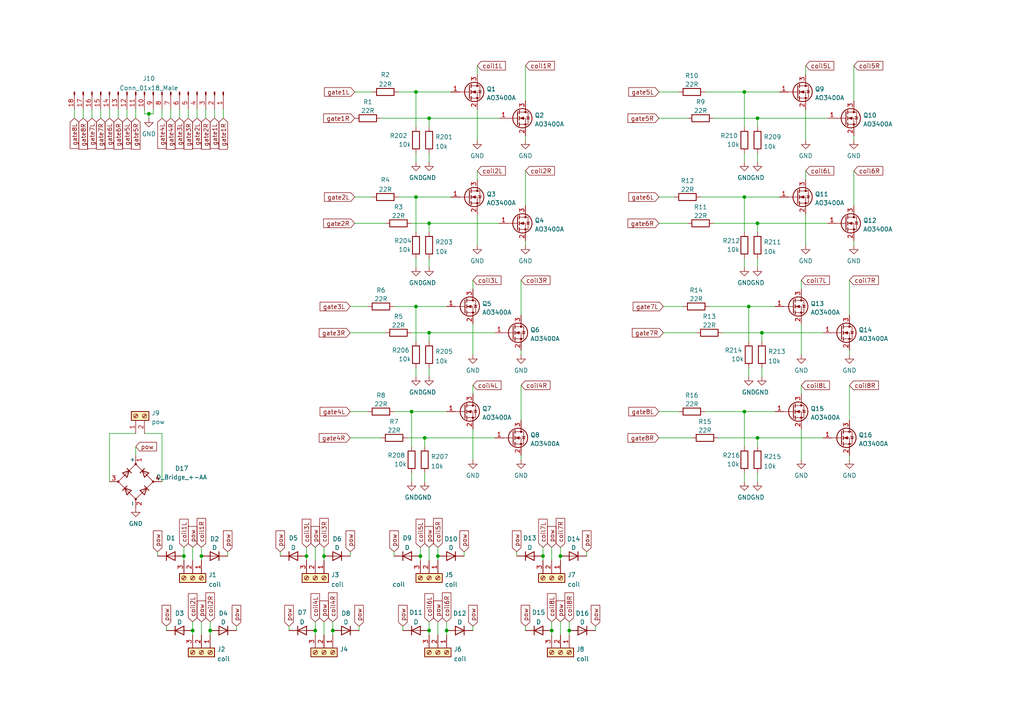
<source format=kicad_sch>
(kicad_sch (version 20211123) (generator eeschema)
  (paper "A4")
  (junction (at 219.71 34.29))
  (junction (at 129.54 182.88))
  (junction (at 215.9 57.15))
  (junction (at 127 161.29))
  (junction (at 123.19 127))
  (junction (at 220.98 96.52))
  (junction (at 120.65 88.9))
  (junction (at 157.48 161.29))
  (junction (at 93.98 161.29))
  (junction (at 219.71 127))
  (junction (at 43.18 33.02))
  (junction (at 55.88 182.88))
  (junction (at 124.46 96.52))
  (junction (at 58.42 161.29))
  (junction (at 124.46 34.29))
  (junction (at 215.9 119.38))
  (junction (at 60.96 182.88))
  (junction (at 162.56 161.29))
  (junction (at 120.65 57.15))
  (junction (at 121.92 161.29))
  (junction (at 96.52 182.88))
  (junction (at 53.34 161.29))
  (junction (at 217.17 88.9))
  (junction (at 124.46 64.77))
  (junction (at 160.02 182.88))
  (junction (at 215.9 26.67))
  (junction (at 119.38 119.38))
  (junction (at 120.65 26.67))
  (junction (at 165.1 182.88))
  (junction (at 219.71 64.77))
  (junction (at 91.44 182.88))
  (junction (at 124.46 182.88))
  (junction (at 88.9 161.29))
  (wire (pts (xy 151.13 132.08) (xy 151.13 133.35)))
  (wire (pts (xy 162.56 180.34) (xy 162.56 184.15)))
  (wire (pts (xy 68.58 181.61) (xy 68.58 182.88)))
  (wire (pts (xy 121.92 158.75) (xy 121.92 161.29)))
  (wire (pts (xy 43.18 33.02) (xy 44.45 33.02)))
  (wire (pts (xy 191.135 119.38) (xy 196.85 119.38)))
  (wire (pts (xy 219.71 127) (xy 238.76 127)))
  (wire (pts (xy 26.67 31.75) (xy 26.67 34.29)))
  (wire (pts (xy 96.52 180.34) (xy 96.52 182.88)))
  (wire (pts (xy 246.38 111.76) (xy 246.38 121.92)))
  (wire (pts (xy 209.55 96.52) (xy 220.98 96.52)))
  (wire (pts (xy 39.37 129.54) (xy 39.37 132.08)))
  (wire (pts (xy 215.9 74.93) (xy 215.9 77.47)))
  (wire (pts (xy 88.9 158.75) (xy 88.9 161.29)))
  (wire (pts (xy 246.38 81.28) (xy 246.38 91.44)))
  (wire (pts (xy 233.68 19.05) (xy 233.68 21.59)))
  (wire (pts (xy 29.21 31.75) (xy 29.21 34.29)))
  (wire (pts (xy 102.87 26.67) (xy 107.95 26.67)))
  (wire (pts (xy 129.54 182.88) (xy 129.54 184.15)))
  (wire (pts (xy 91.44 158.75) (xy 91.44 162.56)))
  (wire (pts (xy 215.9 137.16) (xy 215.9 139.7)))
  (wire (pts (xy 91.44 182.88) (xy 91.44 184.15)))
  (wire (pts (xy 137.16 181.61) (xy 137.16 182.88)))
  (wire (pts (xy 118.11 127) (xy 123.19 127)))
  (wire (pts (xy 217.17 106.68) (xy 217.17 109.22)))
  (wire (pts (xy 57.15 31.75) (xy 57.15 34.29)))
  (wire (pts (xy 191.135 34.29) (xy 199.39 34.29)))
  (wire (pts (xy 120.65 57.15) (xy 120.65 67.31)))
  (wire (pts (xy 59.69 31.75) (xy 59.69 34.29)))
  (wire (pts (xy 120.65 26.67) (xy 130.81 26.67)))
  (wire (pts (xy 127 161.29) (xy 127 162.56)))
  (wire (pts (xy 62.23 31.75) (xy 62.23 34.29)))
  (wire (pts (xy 219.71 64.77) (xy 219.71 67.31)))
  (wire (pts (xy 191.135 127) (xy 200.66 127)))
  (wire (pts (xy 160.02 158.75) (xy 160.02 162.56)))
  (wire (pts (xy 204.47 26.67) (xy 215.9 26.67)))
  (wire (pts (xy 120.65 88.9) (xy 120.65 99.06)))
  (wire (pts (xy 54.61 31.75) (xy 54.61 34.29)))
  (wire (pts (xy 116.84 181.61) (xy 116.84 182.88)))
  (wire (pts (xy 104.14 181.61) (xy 104.14 182.88)))
  (wire (pts (xy 55.88 182.88) (xy 55.88 184.15)))
  (wire (pts (xy 247.65 39.37) (xy 247.65 40.64)))
  (wire (pts (xy 114.3 119.38) (xy 119.38 119.38)))
  (wire (pts (xy 120.65 26.67) (xy 120.65 36.83)))
  (wire (pts (xy 217.17 88.9) (xy 217.17 99.06)))
  (wire (pts (xy 119.38 119.38) (xy 129.54 119.38)))
  (wire (pts (xy 120.65 44.45) (xy 120.65 46.99)))
  (wire (pts (xy 207.01 34.29) (xy 219.71 34.29)))
  (wire (pts (xy 151.13 111.76) (xy 151.13 121.92)))
  (wire (pts (xy 138.43 62.23) (xy 138.43 71.12)))
  (wire (pts (xy 160.02 182.88) (xy 160.02 184.15)))
  (wire (pts (xy 66.04 160.02) (xy 66.04 161.29)))
  (wire (pts (xy 52.07 31.75) (xy 52.07 34.29)))
  (wire (pts (xy 55.88 180.34) (xy 55.88 182.88)))
  (wire (pts (xy 127 180.34) (xy 127 184.15)))
  (wire (pts (xy 46.99 139.7) (xy 46.99 125.73)))
  (wire (pts (xy 60.96 182.88) (xy 60.96 184.15)))
  (wire (pts (xy 219.71 127) (xy 219.71 129.54)))
  (wire (pts (xy 157.48 161.29) (xy 157.48 162.56)))
  (wire (pts (xy 191.135 64.77) (xy 199.39 64.77)))
  (wire (pts (xy 115.57 26.67) (xy 120.65 26.67)))
  (wire (pts (xy 31.75 31.75) (xy 31.75 34.29)))
  (wire (pts (xy 45.72 160.02) (xy 45.72 161.29)))
  (wire (pts (xy 110.49 34.29) (xy 124.46 34.29)))
  (wire (pts (xy 124.46 96.52) (xy 124.46 99.06)))
  (wire (pts (xy 152.4 19.05) (xy 152.4 29.21)))
  (wire (pts (xy 215.9 44.45) (xy 215.9 46.99)))
  (wire (pts (xy 123.19 127) (xy 123.19 129.54)))
  (wire (pts (xy 101.6 160.02) (xy 101.6 161.29)))
  (wire (pts (xy 124.46 180.34) (xy 124.46 182.88)))
  (wire (pts (xy 124.46 64.77) (xy 124.46 67.31)))
  (wire (pts (xy 246.38 132.08) (xy 246.38 133.35)))
  (wire (pts (xy 215.9 26.67) (xy 226.06 26.67)))
  (wire (pts (xy 208.28 127) (xy 219.71 127)))
  (wire (pts (xy 34.29 31.75) (xy 34.29 34.29)))
  (wire (pts (xy 219.71 137.16) (xy 219.71 139.7)))
  (wire (pts (xy 204.47 119.38) (xy 215.9 119.38)))
  (wire (pts (xy 36.83 31.75) (xy 36.83 34.29)))
  (wire (pts (xy 124.46 64.77) (xy 144.78 64.77)))
  (wire (pts (xy 191.135 57.15) (xy 195.58 57.15)))
  (wire (pts (xy 129.54 180.34) (xy 129.54 182.88)))
  (wire (pts (xy 120.65 88.9) (xy 129.54 88.9)))
  (wire (pts (xy 21.59 31.75) (xy 21.59 34.29)))
  (wire (pts (xy 192.405 88.9) (xy 198.12 88.9)))
  (wire (pts (xy 123.19 137.16) (xy 123.19 139.7)))
  (wire (pts (xy 39.37 31.75) (xy 39.37 34.29)))
  (wire (pts (xy 120.65 74.93) (xy 120.65 77.47)))
  (wire (pts (xy 124.46 106.68) (xy 124.46 109.22)))
  (wire (pts (xy 60.96 180.34) (xy 60.96 182.88)))
  (wire (pts (xy 41.91 31.75) (xy 41.91 33.02)))
  (wire (pts (xy 124.46 34.29) (xy 144.78 34.29)))
  (wire (pts (xy 233.68 49.53) (xy 233.68 52.07)))
  (wire (pts (xy 149.86 160.02) (xy 149.86 161.29)))
  (wire (pts (xy 137.16 124.46) (xy 137.16 133.35)))
  (wire (pts (xy 119.38 119.38) (xy 119.38 129.54)))
  (wire (pts (xy 220.98 96.52) (xy 220.98 99.06)))
  (wire (pts (xy 102.87 57.15) (xy 107.95 57.15)))
  (wire (pts (xy 114.3 88.9) (xy 120.65 88.9)))
  (wire (pts (xy 165.1 180.34) (xy 165.1 182.88)))
  (wire (pts (xy 152.4 69.85) (xy 152.4 71.12)))
  (wire (pts (xy 101.6 119.38) (xy 106.68 119.38)))
  (wire (pts (xy 93.98 158.75) (xy 93.98 161.29)))
  (wire (pts (xy 203.2 57.15) (xy 215.9 57.15)))
  (wire (pts (xy 115.57 57.15) (xy 120.65 57.15)))
  (wire (pts (xy 162.56 161.29) (xy 162.56 162.56)))
  (wire (pts (xy 91.44 180.34) (xy 91.44 182.88)))
  (wire (pts (xy 123.19 127) (xy 143.51 127)))
  (wire (pts (xy 138.43 19.05) (xy 138.43 21.59)))
  (wire (pts (xy 215.9 119.38) (xy 224.79 119.38)))
  (wire (pts (xy 219.71 64.77) (xy 240.03 64.77)))
  (wire (pts (xy 215.9 26.67) (xy 215.9 36.83)))
  (wire (pts (xy 58.42 161.29) (xy 58.42 162.56)))
  (wire (pts (xy 124.46 158.75) (xy 124.46 162.56)))
  (wire (pts (xy 124.46 96.52) (xy 143.51 96.52)))
  (wire (pts (xy 151.13 101.6) (xy 151.13 102.87)))
  (wire (pts (xy 217.17 88.9) (xy 224.79 88.9)))
  (wire (pts (xy 24.13 31.75) (xy 24.13 34.29)))
  (wire (pts (xy 207.01 64.77) (xy 219.71 64.77)))
  (wire (pts (xy 220.98 96.52) (xy 238.76 96.52)))
  (wire (pts (xy 162.56 158.75) (xy 162.56 161.29)))
  (wire (pts (xy 114.3 160.02) (xy 114.3 161.29)))
  (wire (pts (xy 232.41 81.28) (xy 232.41 83.82)))
  (wire (pts (xy 44.45 31.75) (xy 44.45 33.02)))
  (wire (pts (xy 101.6 88.9) (xy 106.68 88.9)))
  (wire (pts (xy 170.18 160.02) (xy 170.18 161.29)))
  (wire (pts (xy 232.41 93.98) (xy 232.41 102.87)))
  (wire (pts (xy 102.87 64.77) (xy 111.76 64.77)))
  (wire (pts (xy 58.42 180.34) (xy 58.42 184.15)))
  (wire (pts (xy 247.65 19.05) (xy 247.65 29.21)))
  (wire (pts (xy 53.34 161.29) (xy 53.34 162.56)))
  (wire (pts (xy 232.41 111.76) (xy 232.41 114.3)))
  (wire (pts (xy 53.34 158.75) (xy 53.34 161.29)))
  (wire (pts (xy 119.38 64.77) (xy 124.46 64.77)))
  (wire (pts (xy 165.1 182.88) (xy 165.1 184.15)))
  (wire (pts (xy 93.98 180.34) (xy 93.98 184.15)))
  (wire (pts (xy 119.38 96.52) (xy 124.46 96.52)))
  (wire (pts (xy 160.02 180.34) (xy 160.02 182.88)))
  (wire (pts (xy 215.9 119.38) (xy 215.9 129.54)))
  (wire (pts (xy 215.9 57.15) (xy 226.06 57.15)))
  (wire (pts (xy 205.74 88.9) (xy 217.17 88.9)))
  (wire (pts (xy 219.71 74.93) (xy 219.71 77.47)))
  (wire (pts (xy 232.41 124.46) (xy 232.41 133.35)))
  (wire (pts (xy 215.9 57.15) (xy 215.9 67.31)))
  (wire (pts (xy 48.26 181.61) (xy 48.26 182.88)))
  (wire (pts (xy 88.9 161.29) (xy 88.9 162.56)))
  (wire (pts (xy 101.6 96.52) (xy 111.76 96.52)))
  (wire (pts (xy 58.42 158.75) (xy 58.42 161.29)))
  (wire (pts (xy 191.135 26.67) (xy 196.85 26.67)))
  (wire (pts (xy 138.43 31.75) (xy 138.43 40.64)))
  (wire (pts (xy 121.92 161.29) (xy 121.92 162.56)))
  (wire (pts (xy 124.46 44.45) (xy 124.46 46.99)))
  (wire (pts (xy 172.72 181.61) (xy 172.72 182.88)))
  (wire (pts (xy 233.68 62.23) (xy 233.68 71.12)))
  (wire (pts (xy 127 158.75) (xy 127 161.29)))
  (wire (pts (xy 124.46 34.29) (xy 124.46 36.83)))
  (wire (pts (xy 152.4 39.37) (xy 152.4 40.64)))
  (wire (pts (xy 246.38 101.6) (xy 246.38 102.87)))
  (wire (pts (xy 151.13 81.28) (xy 151.13 91.44)))
  (wire (pts (xy 55.88 158.75) (xy 55.88 162.56)))
  (wire (pts (xy 152.4 181.61) (xy 152.4 182.88)))
  (wire (pts (xy 83.82 181.61) (xy 83.82 182.88)))
  (wire (pts (xy 96.52 182.88) (xy 96.52 184.15)))
  (wire (pts (xy 247.65 49.53) (xy 247.65 59.69)))
  (wire (pts (xy 49.53 31.75) (xy 49.53 34.29)))
  (wire (pts (xy 64.77 31.75) (xy 64.77 34.29)))
  (wire (pts (xy 219.71 44.45) (xy 219.71 46.99)))
  (wire (pts (xy 101.6 127) (xy 110.49 127)))
  (wire (pts (xy 138.43 49.53) (xy 138.43 52.07)))
  (wire (pts (xy 124.46 74.93) (xy 124.46 77.47)))
  (wire (pts (xy 124.46 182.88) (xy 124.46 184.15)))
  (wire (pts (xy 137.16 81.28) (xy 137.16 83.82)))
  (wire (pts (xy 119.38 137.16) (xy 119.38 139.7)))
  (wire (pts (xy 247.65 69.85) (xy 247.65 71.12)))
  (wire (pts (xy 152.4 49.53) (xy 152.4 59.69)))
  (wire (pts (xy 219.71 34.29) (xy 240.03 34.29)))
  (wire (pts (xy 137.16 93.98) (xy 137.16 102.87)))
  (wire (pts (xy 134.62 160.02) (xy 134.62 161.29)))
  (wire (pts (xy 233.68 31.75) (xy 233.68 40.64)))
  (wire (pts (xy 46.99 31.75) (xy 46.99 34.29)))
  (wire (pts (xy 43.18 33.02) (xy 43.18 34.29)))
  (wire (pts (xy 120.65 106.68) (xy 120.65 109.22)))
  (wire (pts (xy 192.405 96.52) (xy 201.93 96.52)))
  (wire (pts (xy 46.99 125.73) (xy 41.91 125.73)))
  (wire (pts (xy 220.98 106.68) (xy 220.98 109.22)))
  (wire (pts (xy 137.16 111.76) (xy 137.16 114.3)))
  (wire (pts (xy 81.28 160.02) (xy 81.28 161.29)))
  (wire (pts (xy 120.65 57.15) (xy 130.81 57.15)))
  (wire (pts (xy 31.75 125.73) (xy 39.37 125.73)))
  (wire (pts (xy 31.75 139.7) (xy 31.75 125.73)))
  (wire (pts (xy 41.91 33.02) (xy 43.18 33.02)))
  (wire (pts (xy 93.98 161.29) (xy 93.98 162.56)))
  (wire (pts (xy 219.71 34.29) (xy 219.71 36.83)))
  (wire (pts (xy 157.48 158.75) (xy 157.48 161.29)))
  (global_label "pow" (shape input) (at 58.42 180.34 90) (property "Intersheet References" "${INTERSHEET_REFS}" (effects hide)))
  (global_label "coil8L" (shape input) (at 232.41 111.76 0) (property "Intersheet References" "${INTERSHEET_REFS}" (effects hide)))
  (global_label "pow" (shape input) (at 39.37 129.54 0) (property "Intersheet References" "${INTERSHEET_REFS}" (effects hide)))
  (global_label "gate2R" (shape input) (at 59.69 34.29 270) (property "Intersheet References" "${INTERSHEET_REFS}" (effects hide)))
  (global_label "pow" (shape input) (at 101.6 160.02 90) (property "Intersheet References" "${INTERSHEET_REFS}" (effects hide)))
  (global_label "gate6R" (shape input) (at 191.135 64.77 180) (property "Intersheet References" "${INTERSHEET_REFS}" (effects hide)))
  (global_label "gate7L" (shape input) (at 192.405 88.9 180) (property "Intersheet References" "${INTERSHEET_REFS}" (effects hide)))
  (global_label "coil2R" (shape input) (at 152.4 49.53 0) (property "Intersheet References" "${INTERSHEET_REFS}" (effects hide)))
  (global_label "pow" (shape input) (at 149.86 160.02 90) (property "Intersheet References" "${INTERSHEET_REFS}" (effects hide)))
  (global_label "pow" (shape input) (at 45.72 160.02 90) (property "Intersheet References" "${INTERSHEET_REFS}" (effects hide)))
  (global_label "pow" (shape input) (at 116.84 181.61 90) (property "Intersheet References" "${INTERSHEET_REFS}" (effects hide)))
  (global_label "coil1L" (shape input) (at 138.43 19.05 0) (property "Intersheet References" "${INTERSHEET_REFS}" (effects hide)))
  (global_label "coil3R" (shape input) (at 151.13 81.28 0) (property "Intersheet References" "${INTERSHEET_REFS}" (effects hide)))
  (global_label "coil6R" (shape input) (at 129.54 180.34 90) (property "Intersheet References" "${INTERSHEET_REFS}" (effects hide)))
  (global_label "gate2L" (shape input) (at 102.87 57.15 180) (property "Intersheet References" "${INTERSHEET_REFS}" (effects hide)))
  (global_label "coil5L" (shape input) (at 121.92 158.75 90) (property "Intersheet References" "${INTERSHEET_REFS}" (effects hide)))
  (global_label "coil8L" (shape input) (at 160.02 180.34 90) (property "Intersheet References" "${INTERSHEET_REFS}" (effects hide)))
  (global_label "coil4L" (shape input) (at 91.44 180.34 90) (property "Intersheet References" "${INTERSHEET_REFS}" (effects hide)))
  (global_label "gate1L" (shape input) (at 102.87 26.67 180) (property "Intersheet References" "${INTERSHEET_REFS}" (effects hide)))
  (global_label "gate5R" (shape input) (at 39.37 34.29 270) (property "Intersheet References" "${INTERSHEET_REFS}" (effects hide)))
  (global_label "gate6L" (shape input) (at 31.75 34.29 270) (property "Intersheet References" "${INTERSHEET_REFS}" (effects hide)))
  (global_label "pow" (shape input) (at 162.56 180.34 90) (property "Intersheet References" "${INTERSHEET_REFS}" (effects hide)))
  (global_label "gate2L" (shape input) (at 57.15 34.29 270) (property "Intersheet References" "${INTERSHEET_REFS}" (effects hide)))
  (global_label "coil5R" (shape input) (at 247.65 19.05 0) (property "Intersheet References" "${INTERSHEET_REFS}" (effects hide)))
  (global_label "pow" (shape input) (at 134.62 160.02 90) (property "Intersheet References" "${INTERSHEET_REFS}" (effects hide)))
  (global_label "coil4R" (shape input) (at 151.13 111.76 0) (property "Intersheet References" "${INTERSHEET_REFS}" (effects hide)))
  (global_label "gate4R" (shape input) (at 101.6 127 180) (property "Intersheet References" "${INTERSHEET_REFS}" (effects hide)))
  (global_label "gate5L" (shape input) (at 191.135 26.67 180) (property "Intersheet References" "${INTERSHEET_REFS}" (effects hide)))
  (global_label "pow" (shape input) (at 152.4 181.61 90) (property "Intersheet References" "${INTERSHEET_REFS}" (effects hide)))
  (global_label "gate6L" (shape input) (at 191.135 57.15 180) (property "Intersheet References" "${INTERSHEET_REFS}" (effects hide)))
  (global_label "coil2L" (shape input) (at 138.43 49.53 0) (property "Intersheet References" "${INTERSHEET_REFS}" (effects hide)))
  (global_label "coil6L" (shape input) (at 233.68 49.53 0) (property "Intersheet References" "${INTERSHEET_REFS}" (effects hide)))
  (global_label "pow" (shape input) (at 83.82 181.61 90) (property "Intersheet References" "${INTERSHEET_REFS}" (effects hide)))
  (global_label "gate4L" (shape input) (at 46.99 34.29 270) (property "Intersheet References" "${INTERSHEET_REFS}" (effects hide)))
  (global_label "coil4R" (shape input) (at 96.52 180.34 90) (property "Intersheet References" "${INTERSHEET_REFS}" (effects hide)))
  (global_label "gate6R" (shape input) (at 34.29 34.29 270) (property "Intersheet References" "${INTERSHEET_REFS}" (effects hide)))
  (global_label "gate1R" (shape input) (at 102.87 34.29 180) (property "Intersheet References" "${INTERSHEET_REFS}" (effects hide)))
  (global_label "gate1R" (shape input) (at 64.77 34.29 270) (property "Intersheet References" "${INTERSHEET_REFS}" (effects hide)))
  (global_label "pow" (shape input) (at 124.46 158.75 90) (property "Intersheet References" "${INTERSHEET_REFS}" (effects hide)))
  (global_label "pow" (shape input) (at 81.28 160.02 90) (property "Intersheet References" "${INTERSHEET_REFS}" (effects hide)))
  (global_label "gate2R" (shape input) (at 102.87 64.77 180) (property "Intersheet References" "${INTERSHEET_REFS}" (effects hide)))
  (global_label "pow" (shape input) (at 66.04 160.02 90) (property "Intersheet References" "${INTERSHEET_REFS}" (effects hide)))
  (global_label "gate7R" (shape input) (at 192.405 96.52 180) (property "Intersheet References" "${INTERSHEET_REFS}" (effects hide)))
  (global_label "coil5L" (shape input) (at 233.68 19.05 0) (property "Intersheet References" "${INTERSHEET_REFS}" (effects hide)))
  (global_label "coil3L" (shape input) (at 137.16 81.28 0) (property "Intersheet References" "${INTERSHEET_REFS}" (effects hide)))
  (global_label "coil8R" (shape input) (at 246.38 111.76 0) (property "Intersheet References" "${INTERSHEET_REFS}" (effects hide)))
  (global_label "pow" (shape input) (at 104.14 181.61 90) (property "Intersheet References" "${INTERSHEET_REFS}" (effects hide)))
  (global_label "coil5R" (shape input) (at 127 158.75 90) (property "Intersheet References" "${INTERSHEET_REFS}" (effects hide)))
  (global_label "gate8L" (shape input) (at 191.135 119.38 180) (property "Intersheet References" "${INTERSHEET_REFS}" (effects hide)))
  (global_label "pow" (shape input) (at 91.44 158.75 90) (property "Intersheet References" "${INTERSHEET_REFS}" (effects hide)))
  (global_label "pow" (shape input) (at 55.88 158.75 90) (property "Intersheet References" "${INTERSHEET_REFS}" (effects hide)))
  (global_label "pow" (shape input) (at 172.72 181.61 90) (property "Intersheet References" "${INTERSHEET_REFS}" (effects hide)))
  (global_label "pow" (shape input) (at 114.3 160.02 90) (property "Intersheet References" "${INTERSHEET_REFS}" (effects hide)))
  (global_label "coil1R" (shape input) (at 152.4 19.05 0) (property "Intersheet References" "${INTERSHEET_REFS}" (effects hide)))
  (global_label "coil7L" (shape input) (at 232.41 81.28 0) (property "Intersheet References" "${INTERSHEET_REFS}" (effects hide)))
  (global_label "coil6R" (shape input) (at 247.65 49.53 0) (property "Intersheet References" "${INTERSHEET_REFS}" (effects hide)))
  (global_label "coil2L" (shape input) (at 55.88 180.34 90) (property "Intersheet References" "${INTERSHEET_REFS}" (effects hide)))
  (global_label "pow" (shape input) (at 68.58 181.61 90) (property "Intersheet References" "${INTERSHEET_REFS}" (effects hide)))
  (global_label "coil3L" (shape input) (at 88.9 158.75 90) (property "Intersheet References" "${INTERSHEET_REFS}" (effects hide)))
  (global_label "pow" (shape input) (at 93.98 180.34 90) (property "Intersheet References" "${INTERSHEET_REFS}" (effects hide)))
  (global_label "coil6L" (shape input) (at 124.46 180.34 90) (property "Intersheet References" "${INTERSHEET_REFS}" (effects hide)))
  (global_label "pow" (shape input) (at 127 180.34 90) (property "Intersheet References" "${INTERSHEET_REFS}" (effects hide)))
  (global_label "pow" (shape input) (at 137.16 181.61 90) (property "Intersheet References" "${INTERSHEET_REFS}" (effects hide)))
  (global_label "coil7R" (shape input) (at 246.38 81.28 0) (property "Intersheet References" "${INTERSHEET_REFS}" (effects hide)))
  (global_label "gate8R" (shape input) (at 191.135 127 180) (property "Intersheet References" "${INTERSHEET_REFS}" (effects hide)))
  (global_label "pow" (shape input) (at 48.26 181.61 90) (property "Intersheet References" "${INTERSHEET_REFS}" (effects hide)))
  (global_label "gate8L" (shape input) (at 21.59 34.29 270) (property "Intersheet References" "${INTERSHEET_REFS}" (effects hide)))
  (global_label "coil8R" (shape input) (at 165.1 180.34 90) (property "Intersheet References" "${INTERSHEET_REFS}" (effects hide)))
  (global_label "coil7R" (shape input) (at 162.56 158.75 90) (property "Intersheet References" "${INTERSHEET_REFS}" (effects hide)))
  (global_label "coil7L" (shape input) (at 157.48 158.75 90) (property "Intersheet References" "${INTERSHEET_REFS}" (effects hide)))
  (global_label "coil1L" (shape input) (at 53.34 158.75 90) (property "Intersheet References" "${INTERSHEET_REFS}" (effects hide)))
  (global_label "gate3L" (shape input) (at 52.07 34.29 270) (property "Intersheet References" "${INTERSHEET_REFS}" (effects hide)))
  (global_label "gate4L" (shape input) (at 101.6 119.38 180) (property "Intersheet References" "${INTERSHEET_REFS}" (effects hide)))
  (global_label "gate5L" (shape input) (at 36.83 34.29 270) (property "Intersheet References" "${INTERSHEET_REFS}" (effects hide)))
  (global_label "coil3R" (shape input) (at 93.98 158.75 90) (property "Intersheet References" "${INTERSHEET_REFS}" (effects hide)))
  (global_label "coil2R" (shape input) (at 60.96 180.34 90) (property "Intersheet References" "${INTERSHEET_REFS}" (effects hide)))
  (global_label "gate7L" (shape input) (at 26.67 34.29 270) (property "Intersheet References" "${INTERSHEET_REFS}" (effects hide)))
  (global_label "gate8R" (shape input) (at 24.13 34.29 270) (property "Intersheet References" "${INTERSHEET_REFS}" (effects hide)))
  (global_label "gate1L" (shape input) (at 62.23 34.29 270) (property "Intersheet References" "${INTERSHEET_REFS}" (effects hide)))
  (global_label "gate3R" (shape input) (at 101.6 96.52 180) (property "Intersheet References" "${INTERSHEET_REFS}" (effects hide)))
  (global_label "gate3L" (shape input) (at 101.6 88.9 180) (property "Intersheet References" "${INTERSHEET_REFS}" (effects hide)))
  (global_label "pow" (shape input) (at 160.02 158.75 90) (property "Intersheet References" "${INTERSHEET_REFS}" (effects hide)))
  (global_label "gate5R" (shape input) (at 191.135 34.29 180) (property "Intersheet References" "${INTERSHEET_REFS}" (effects hide)))
  (global_label "gate3R" (shape input) (at 54.61 34.29 270) (property "Intersheet References" "${INTERSHEET_REFS}" (effects hide)))
  (global_label "pow" (shape input) (at 170.18 160.02 90) (property "Intersheet References" "${INTERSHEET_REFS}" (effects hide)))
  (global_label "gate4R" (shape input) (at 49.53 34.29 270) (property "Intersheet References" "${INTERSHEET_REFS}" (effects hide)))
  (global_label "coil1R" (shape input) (at 58.42 158.75 90) (property "Intersheet References" "${INTERSHEET_REFS}" (effects hide)))
  (global_label "coil4L" (shape input) (at 137.16 111.76 0) (property "Intersheet References" "${INTERSHEET_REFS}" (effects hide)))
  (global_label "gate7R" (shape input) (at 29.21 34.29 270) (property "Intersheet References" "${INTERSHEET_REFS}" (effects hide)))
  (symbol (lib_id "Device:R") (at 199.39 57.15 90) (unit 1)
    (property "Reference" "R12" (at 199.39 52.4342 90))
    (property "Value" "22R" (at 199.39 54.9711 90))
    (property "Footprint" "Resistor_SMD:R_1206_3216Metric_Pad1.30x1.75mm_HandSolder" (effects hide))
    (property "JLCPCB Part#" "C17958" (effects hide))
  )
  (symbol (lib_id "Device:D") (at 166.37 161.29 180) (unit 1)
    (property "Reference" "D14" (at 166.37 156.3202 0))
    (property "Value" "D" (at 166.37 158.8571 0))
    (property "Footprint" "Diode_SMD:D_SMA" (effects hide))
    (property "JLCPCB Part#" "C8678" (effects hide))
  )
  (symbol (lib_id "Transistor_FET:AO3400A") (at 243.84 127 0) (unit 1)
    (property "Reference" "Q16" (at 249.047 126.1653 0) (effects (justify left)))
    (property "Value" "AO3400A" (at 249.047 128.7022 0) (effects (justify left)))
    (property "Footprint" "Package_TO_SOT_SMD:SOT-23" (effects hide))
    (property "Datasheet" "http://www.aosmd.com/pdfs/datasheet/AO3400A.pdf" (effects hide))
    (property "JLCPCB Part#" "C20917" (effects hide))
  )
  (symbol (lib_id "power:GND") (at 137.16 133.35 0) (unit 1)
    (property "Reference" "#PWR05" (effects hide))
    (property "Value" "GND" (at 137.16 137.9125 0))
  )
  (symbol (lib_id "Device:R") (at 124.46 40.64 180) (unit 1)
    (property "Reference" "R201" (at 126.238 39.7315 0) (effects (justify right)))
    (property "Value" "10k" (at 126.238 42.5066 0) (effects (justify right)))
    (property "Footprint" "Resistor_SMD:R_1206_3216Metric_Pad1.30x1.75mm_HandSolder" (effects hide))
    (property "JLCPCB Part#" "C17902" (effects hide))
  )
  (symbol (lib_id "Connector:Conn_01x18_Male") (at 44.45 26.67 270) (unit 1)
    (property "Reference" "J10" (at 43.18 22.7543 90))
    (property "Value" "Conn_01x18_Male" (at 43.18 25.5294 90))
    (property "Footprint" "Connector_PinHeader_2.54mm:PinHeader_1x18_P2.54mm_Horizontal" (effects hide))
  )
  (symbol (lib_id "Transistor_FET:AO3400A") (at 148.59 127 0) (unit 1)
    (property "Reference" "Q8" (at 153.797 126.1653 0) (effects (justify left)))
    (property "Value" "AO3400A" (at 153.797 128.7022 0) (effects (justify left)))
    (property "Footprint" "Package_TO_SOT_SMD:SOT-23" (effects hide))
    (property "Datasheet" "http://www.aosmd.com/pdfs/datasheet/AO3400A.pdf" (effects hide))
    (property "JLCPCB Part#" "C20917" (effects hide))
  )
  (symbol (lib_id "Device:R") (at 205.74 96.52 90) (unit 1)
    (property "Reference" "R13" (at 205.74 91.8042 90))
    (property "Value" "22R" (at 205.74 94.3411 90))
    (property "Footprint" "Resistor_SMD:R_1206_3216Metric_Pad1.30x1.75mm_HandSolder" (effects hide))
    (property "JLCPCB Part#" "C17958" (effects hide))
  )
  (symbol (lib_id "Device:D") (at 85.09 161.29 0) (unit 1)
    (property "Reference" "D5" (at 85.09 156.0535 0))
    (property "Value" "D" (at 85.09 158.8286 0))
    (property "Footprint" "Diode_SMD:D_SMA" (effects hide))
    (property "JLCPCB Part#" "C8678" (effects hide))
  )
  (symbol (lib_id "power:GND") (at 123.19 139.7 0) (mirror y) (unit 1)
    (property "Reference" "#PWR0106" (effects hide))
    (property "Value" "GND" (at 123.19 144.2625 0))
  )
  (symbol (lib_id "Transistor_FET:AO3400A") (at 231.14 26.67 0) (unit 1)
    (property "Reference" "Q9" (at 236.347 25.8353 0) (effects (justify left)))
    (property "Value" "AO3400A" (at 236.347 28.3722 0) (effects (justify left)))
    (property "Footprint" "Package_TO_SOT_SMD:SOT-23" (effects hide))
    (property "Datasheet" "http://www.aosmd.com/pdfs/datasheet/AO3400A.pdf" (effects hide))
    (property "JLCPCB Part#" "C20917" (effects hide))
  )
  (symbol (lib_id "Transistor_FET:AO3400A") (at 134.62 88.9 0) (unit 1)
    (property "Reference" "Q5" (at 139.827 88.0653 0) (effects (justify left)))
    (property "Value" "AO3400A" (at 139.827 90.6022 0) (effects (justify left)))
    (property "Footprint" "Package_TO_SOT_SMD:SOT-23" (effects hide))
    (property "Datasheet" "http://www.aosmd.com/pdfs/datasheet/AO3400A.pdf" (effects hide))
    (property "JLCPCB Part#" "C20917" (effects hide))
  )
  (symbol (lib_id "power:GND") (at 124.46 46.99 0) (mirror y) (unit 1)
    (property "Reference" "#PWR0102" (effects hide))
    (property "Value" "GND" (at 124.46 51.5525 0))
  )
  (symbol (lib_id "Device:D_Bridge_+-AA") (at 39.37 139.7 90) (unit 1)
    (property "Reference" "D17" (at 52.7058 135.8733 90))
    (property "Value" "D_Bridge_+-AA" (at 52.7058 138.4102 90))
    (property "Footprint" "Diode_SMD:Diode_Bridge_Diotec_SO-DIL-Slim" (effects hide))
    (property "JLCPCB Part#" "C5377" (effects hide))
  )
  (symbol (lib_id "power:GND") (at 246.38 102.87 0) (unit 1)
    (property "Reference" "#PWR017" (effects hide))
    (property "Value" "GND" (at 246.38 107.4325 0))
  )
  (symbol (lib_id "power:GND") (at 219.71 77.47 0) (mirror y) (unit 1)
    (property "Reference" "#PWR0111" (effects hide))
    (property "Value" "GND" (at 219.71 82.0325 0))
  )
  (symbol (lib_id "Transistor_FET:AO3400A") (at 135.89 57.15 0) (unit 1)
    (property "Reference" "Q3" (at 141.097 56.3153 0) (effects (justify left)))
    (property "Value" "AO3400A" (at 141.097 58.8522 0) (effects (justify left)))
    (property "Footprint" "Package_TO_SOT_SMD:SOT-23" (effects hide))
    (property "Datasheet" "http://www.aosmd.com/pdfs/datasheet/AO3400A.pdf" (effects hide))
    (property "JLCPCB Part#" "C20917" (effects hide))
  )
  (symbol (lib_id "power:GND") (at 120.65 109.22 0) (mirror y) (unit 1)
    (property "Reference" "#PWR0108" (effects hide))
    (property "Value" "GND" (at 120.65 113.7825 0))
  )
  (symbol (lib_id "power:GND") (at 232.41 102.87 0) (unit 1)
    (property "Reference" "#PWR013" (effects hide))
    (property "Value" "GND" (at 232.41 107.4325 0))
  )
  (symbol (lib_id "Device:D") (at 49.53 161.29 0) (unit 1)
    (property "Reference" "D1" (at 49.53 156.0535 0))
    (property "Value" "D" (at 49.53 158.8286 0))
    (property "Footprint" "Diode_SMD:D_SMA" (effects hide))
    (property "JLCPCB Part#" "C8678" (effects hide))
  )
  (symbol (lib_id "Device:R") (at 110.49 119.38 90) (unit 1)
    (property "Reference" "R8" (at 110.49 114.6642 90))
    (property "Value" "22R" (at 110.49 117.2011 90))
    (property "Footprint" "Resistor_SMD:R_1206_3216Metric_Pad1.30x1.75mm_HandSolder" (effects hide))
    (property "JLCPCB Part#" "C17958" (effects hide))
  )
  (symbol (lib_id "Transistor_FET:AO3400A") (at 149.86 64.77 0) (unit 1)
    (property "Reference" "Q4" (at 155.067 63.9353 0) (effects (justify left)))
    (property "Value" "AO3400A" (at 155.067 66.4722 0) (effects (justify left)))
    (property "Footprint" "Package_TO_SOT_SMD:SOT-23" (effects hide))
    (property "Datasheet" "http://www.aosmd.com/pdfs/datasheet/AO3400A.pdf" (effects hide))
    (property "JLCPCB Part#" "C20917" (effects hide))
  )
  (symbol (lib_id "power:GND") (at 220.98 109.22 0) (mirror y) (unit 1)
    (property "Reference" "#PWR0113" (effects hide))
    (property "Value" "GND" (at 220.98 113.7825 0))
  )
  (symbol (lib_id "Connector:Screw_Terminal_01x03") (at 91.44 167.64 270) (unit 1)
    (property "Reference" "J3" (at 96.012 166.7315 90) (effects (justify left)))
    (property "Value" "coil" (at 96.012 169.5066 90) (effects (justify left)))
    (property "Footprint" "TerminalBlock_Phoenix:TerminalBlock_Phoenix_MKDS-1,5-3-5.08_1x03_P5.08mm_Horizontal" (effects hide))
  )
  (symbol (lib_id "Device:R") (at 215.9 71.12 180) (unit 1)
    (property "Reference" "R212" (at 209.55 69.85 0) (effects (justify right)))
    (property "Value" "10k" (at 210.82 72.39 0) (effects (justify right)))
    (property "Footprint" "Resistor_SMD:R_1206_3216Metric_Pad1.30x1.75mm_HandSolder" (effects hide))
    (property "JLCPCB Part#" "C17902" (effects hide))
  )
  (symbol (lib_id "Device:D") (at 120.65 182.88 0) (unit 1)
    (property "Reference" "D11" (at 120.65 177.6435 0))
    (property "Value" "D" (at 120.65 180.4186 0))
    (property "Footprint" "Diode_SMD:D_SMA" (effects hide))
    (property "JLCPCB Part#" "C8678" (effects hide))
  )
  (symbol (lib_id "power:GND") (at 138.43 40.64 0) (unit 1)
    (property "Reference" "#PWR06" (effects hide))
    (property "Value" "GND" (at 138.43 45.2025 0))
  )
  (symbol (lib_id "Device:D") (at 130.81 161.29 180) (unit 1)
    (property "Reference" "D10" (at 130.81 156.3202 0))
    (property "Value" "D" (at 130.81 158.8571 0))
    (property "Footprint" "Diode_SMD:D_SMA" (effects hide))
    (property "JLCPCB Part#" "C8678" (effects hide))
  )
  (symbol (lib_id "Device:R") (at 120.65 71.12 180) (unit 1)
    (property "Reference" "R204" (at 114.3 69.85 0) (effects (justify right)))
    (property "Value" "10k" (at 115.57 72.39 0) (effects (justify right)))
    (property "Footprint" "Resistor_SMD:R_1206_3216Metric_Pad1.30x1.75mm_HandSolder" (effects hide))
    (property "JLCPCB Part#" "C17902" (effects hide))
  )
  (symbol (lib_id "Transistor_FET:AO3400A") (at 245.11 64.77 0) (unit 1)
    (property "Reference" "Q12" (at 250.317 63.9353 0) (effects (justify left)))
    (property "Value" "AO3400A" (at 250.317 66.4722 0) (effects (justify left)))
    (property "Footprint" "Package_TO_SOT_SMD:SOT-23" (effects hide))
    (property "Datasheet" "http://www.aosmd.com/pdfs/datasheet/AO3400A.pdf" (effects hide))
    (property "JLCPCB Part#" "C20917" (effects hide))
  )
  (symbol (lib_id "Transistor_FET:AO3400A") (at 243.84 96.52 0) (unit 1)
    (property "Reference" "Q14" (at 249.047 95.6853 0) (effects (justify left)))
    (property "Value" "AO3400A" (at 249.047 98.2222 0) (effects (justify left)))
    (property "Footprint" "Package_TO_SOT_SMD:SOT-23" (effects hide))
    (property "Datasheet" "http://www.aosmd.com/pdfs/datasheet/AO3400A.pdf" (effects hide))
    (property "JLCPCB Part#" "C20917" (effects hide))
  )
  (symbol (lib_id "Connector:Screw_Terminal_01x03") (at 58.42 189.23 270) (unit 1)
    (property "Reference" "J2" (at 62.992 188.3215 90) (effects (justify left)))
    (property "Value" "coil" (at 62.992 191.0966 90) (effects (justify left)))
    (property "Footprint" "TerminalBlock_Phoenix:TerminalBlock_Phoenix_MKDS-1,5-3-5.08_1x03_P5.08mm_Horizontal" (effects hide))
  )
  (symbol (lib_id "power:GND") (at 137.16 102.87 0) (unit 1)
    (property "Reference" "#PWR04" (effects hide))
    (property "Value" "GND" (at 137.16 107.4325 0))
  )
  (symbol (lib_id "power:GND") (at 120.65 46.99 0) (mirror y) (unit 1)
    (property "Reference" "#PWR0101" (effects hide))
    (property "Value" "GND" (at 120.65 51.5525 0))
  )
  (symbol (lib_id "power:GND") (at 232.41 133.35 0) (unit 1)
    (property "Reference" "#PWR014" (effects hide))
    (property "Value" "GND" (at 232.41 137.9125 0))
  )
  (symbol (lib_id "Connector:Screw_Terminal_01x03") (at 124.46 167.64 270) (unit 1)
    (property "Reference" "J5" (at 129.032 166.7315 90) (effects (justify left)))
    (property "Value" "coil" (at 129.032 169.5066 90) (effects (justify left)))
    (property "Footprint" "TerminalBlock_Phoenix:TerminalBlock_Phoenix_MKDS-1,5-3-5.08_1x03_P5.08mm_Horizontal" (effects hide))
  )
  (symbol (lib_id "power:GND") (at 215.9 77.47 0) (mirror y) (unit 1)
    (property "Reference" "#PWR0110" (effects hide))
    (property "Value" "GND" (at 215.9 82.0325 0))
  )
  (symbol (lib_id "Connector:Screw_Terminal_01x03") (at 160.02 167.64 270) (unit 1)
    (property "Reference" "J7" (at 164.592 166.7315 90) (effects (justify left)))
    (property "Value" "coil" (at 164.592 169.5066 90) (effects (justify left)))
    (property "Footprint" "TerminalBlock_Phoenix:TerminalBlock_Phoenix_MKDS-1,5-3-5.08_1x03_P5.08mm_Horizontal" (effects hide))
  )
  (symbol (lib_id "Device:D") (at 52.07 182.88 0) (unit 1)
    (property "Reference" "D3" (at 52.07 177.9102 0))
    (property "Value" "D" (at 52.07 180.4471 0))
    (property "Footprint" "Diode_SMD:D_SMA" (effects hide))
    (property "JLCPCB Part#" "C8678" (effects hide))
  )
  (symbol (lib_id "Device:D") (at 133.35 182.88 180) (unit 1)
    (property "Reference" "D12" (at 133.35 177.9102 0))
    (property "Value" "D" (at 133.35 180.4471 0))
    (property "Footprint" "Diode_SMD:D_SMA" (effects hide))
    (property "JLCPCB Part#" "C8678" (effects hide))
  )
  (symbol (lib_id "power:GND") (at 124.46 109.22 0) (mirror y) (unit 1)
    (property "Reference" "#PWR0107" (effects hide))
    (property "Value" "GND" (at 124.46 113.7825 0))
  )
  (symbol (lib_id "power:GND") (at 151.13 133.35 0) (unit 1)
    (property "Reference" "#PWR09" (effects hide))
    (property "Value" "GND" (at 151.13 137.9125 0))
  )
  (symbol (lib_id "power:GND") (at 119.38 139.7 0) (mirror y) (unit 1)
    (property "Reference" "#PWR0105" (effects hide))
    (property "Value" "GND" (at 119.38 144.2625 0))
  )
  (symbol (lib_id "Device:R") (at 204.47 127 90) (unit 1)
    (property "Reference" "R15" (at 204.47 122.2842 90))
    (property "Value" "22R" (at 204.47 124.8211 90))
    (property "Footprint" "Resistor_SMD:R_1206_3216Metric_Pad1.30x1.75mm_HandSolder" (effects hide))
    (property "JLCPCB Part#" "C17958" (effects hide))
  )
  (symbol (lib_id "Device:R") (at 219.71 40.64 180) (unit 1)
    (property "Reference" "R209" (at 221.488 39.7315 0) (effects (justify right)))
    (property "Value" "10k" (at 221.488 42.5066 0) (effects (justify right)))
    (property "Footprint" "Resistor_SMD:R_1206_3216Metric_Pad1.30x1.75mm_HandSolder" (effects hide))
    (property "JLCPCB Part#" "C17902" (effects hide))
  )
  (symbol (lib_id "Device:R") (at 217.17 102.87 180) (unit 1)
    (property "Reference" "R214" (at 210.185 101.6 0) (effects (justify right)))
    (property "Value" "10k" (at 212.09 104.14 0) (effects (justify right)))
    (property "Footprint" "Resistor_SMD:R_1206_3216Metric_Pad1.30x1.75mm_HandSolder" (effects hide))
    (property "JLCPCB Part#" "C17902" (effects hide))
  )
  (symbol (lib_id "Device:R") (at 201.93 88.9 90) (unit 1)
    (property "Reference" "R14" (at 201.93 84.1842 90))
    (property "Value" "22R" (at 201.93 86.7211 90))
    (property "Footprint" "Resistor_SMD:R_1206_3216Metric_Pad1.30x1.75mm_HandSolder" (effects hide))
    (property "JLCPCB Part#" "C17958" (effects hide))
  )
  (symbol (lib_id "Device:D") (at 100.33 182.88 180) (unit 1)
    (property "Reference" "D8" (at 100.33 177.9102 0))
    (property "Value" "D" (at 100.33 180.4471 0))
    (property "Footprint" "Diode_SMD:D_SMA" (effects hide))
    (property "JLCPCB Part#" "C8678" (effects hide))
  )
  (symbol (lib_id "power:GND") (at 151.13 102.87 0) (unit 1)
    (property "Reference" "#PWR08" (effects hide))
    (property "Value" "GND" (at 151.13 107.4325 0))
  )
  (symbol (lib_id "Transistor_FET:AO3400A") (at 231.14 57.15 0) (unit 1)
    (property "Reference" "Q11" (at 236.347 56.3153 0) (effects (justify left)))
    (property "Value" "AO3400A" (at 236.347 58.8522 0) (effects (justify left)))
    (property "Footprint" "Package_TO_SOT_SMD:SOT-23" (effects hide))
    (property "Datasheet" "http://www.aosmd.com/pdfs/datasheet/AO3400A.pdf" (effects hide))
    (property "JLCPCB Part#" "C20917" (effects hide))
  )
  (symbol (lib_id "Device:R") (at 219.71 71.12 180) (unit 1)
    (property "Reference" "R211" (at 221.488 70.2115 0) (effects (justify right)))
    (property "Value" "10k" (at 221.488 72.9866 0) (effects (justify right)))
    (property "Footprint" "Resistor_SMD:R_1206_3216Metric_Pad1.30x1.75mm_HandSolder" (effects hide))
    (property "JLCPCB Part#" "C17902" (effects hide))
  )
  (symbol (lib_id "Device:R") (at 123.19 133.35 180) (unit 1)
    (property "Reference" "R207" (at 124.968 132.4415 0) (effects (justify right)))
    (property "Value" "10k" (at 124.968 135.2166 0) (effects (justify right)))
    (property "Footprint" "Resistor_SMD:R_1206_3216Metric_Pad1.30x1.75mm_HandSolder" (effects hide))
    (property "JLCPCB Part#" "C17902" (effects hide))
  )
  (symbol (lib_id "power:GND") (at 39.37 147.32 0) (unit 1)
    (property "Reference" "#PWR0116" (effects hide))
    (property "Value" "GND" (at 39.37 151.8825 0))
  )
  (symbol (lib_id "power:GND") (at 124.46 77.47 0) (mirror y) (unit 1)
    (property "Reference" "#PWR0104" (effects hide))
    (property "Value" "GND" (at 124.46 82.0325 0))
  )
  (symbol (lib_id "power:GND") (at 219.71 46.99 0) (mirror y) (unit 1)
    (property "Reference" "#PWR012" (effects hide))
    (property "Value" "GND" (at 219.71 51.5525 0))
  )
  (symbol (lib_id "power:GND") (at 120.65 77.47 0) (mirror y) (unit 1)
    (property "Reference" "#PWR0103" (effects hide))
    (property "Value" "GND" (at 120.65 82.0325 0))
  )
  (symbol (lib_id "Device:R") (at 114.3 127 90) (unit 1)
    (property "Reference" "R7" (at 114.3 122.2842 90))
    (property "Value" "22R" (at 114.3 124.8211 90))
    (property "Footprint" "Resistor_SMD:R_1206_3216Metric_Pad1.30x1.75mm_HandSolder" (effects hide))
    (property "JLCPCB Part#" "C17958" (effects hide))
  )
  (symbol (lib_id "Connector:Screw_Terminal_01x03") (at 162.56 189.23 270) (unit 1)
    (property "Reference" "J8" (at 167.132 188.3215 90) (effects (justify left)))
    (property "Value" "coil" (at 167.132 191.0966 90) (effects (justify left)))
    (property "Footprint" "TerminalBlock_Phoenix:TerminalBlock_Phoenix_MKDS-1,5-3-5.08_1x03_P5.08mm_Horizontal" (effects hide))
  )
  (symbol (lib_id "Device:D") (at 97.79 161.29 180) (unit 1)
    (property "Reference" "D6" (at 97.79 156.3202 0))
    (property "Value" "D" (at 97.79 158.8571 0))
    (property "Footprint" "Diode_SMD:D_SMA" (effects hide))
    (property "JLCPCB Part#" "C8678" (effects hide))
  )
  (symbol (lib_id "Connector:Screw_Terminal_01x03") (at 55.88 167.64 270) (unit 1)
    (property "Reference" "J1" (at 60.452 166.7315 90) (effects (justify left)))
    (property "Value" "coil" (at 60.452 169.5066 90) (effects (justify left)))
    (property "Footprint" "TerminalBlock_Phoenix:TerminalBlock_Phoenix_MKDS-1,5-3-5.08_1x03_P5.08mm_Horizontal" (effects hide))
  )
  (symbol (lib_id "Device:R") (at 115.57 64.77 90) (unit 1)
    (property "Reference" "R3" (at 115.57 60.0542 90))
    (property "Value" "22R" (at 115.57 62.5911 90))
    (property "Footprint" "Resistor_SMD:R_1206_3216Metric_Pad1.30x1.75mm_HandSolder" (effects hide))
    (property "JLCPCB Part#" "C17958" (effects hide))
  )
  (symbol (lib_id "power:GND") (at 246.38 133.35 0) (unit 1)
    (property "Reference" "#PWR018" (effects hide))
    (property "Value" "GND" (at 246.38 137.9125 0))
  )
  (symbol (lib_id "Transistor_FET:AO3400A") (at 229.87 88.9 0) (unit 1)
    (property "Reference" "Q13" (at 235.077 88.0653 0) (effects (justify left)))
    (property "Value" "AO3400A" (at 235.077 90.6022 0) (effects (justify left)))
    (property "Footprint" "Package_TO_SOT_SMD:SOT-23" (effects hide))
    (property "Datasheet" "http://www.aosmd.com/pdfs/datasheet/AO3400A.pdf" (effects hide))
    (property "JLCPCB Part#" "C20917" (effects hide))
  )
  (symbol (lib_id "power:GND") (at 233.68 40.64 0) (unit 1)
    (property "Reference" "#PWR015" (effects hide))
    (property "Value" "GND" (at 233.68 45.2025 0))
  )
  (symbol (lib_id "power:GND") (at 152.4 71.12 0) (unit 1)
    (property "Reference" "#PWR011" (effects hide))
    (property "Value" "GND" (at 152.4 75.6825 0))
  )
  (symbol (lib_id "Device:R") (at 220.98 102.87 180) (unit 1)
    (property "Reference" "R213" (at 222.758 101.9615 0) (effects (justify right)))
    (property "Value" "10k" (at 222.758 104.7366 0) (effects (justify right)))
    (property "Footprint" "Resistor_SMD:R_1206_3216Metric_Pad1.30x1.75mm_HandSolder" (effects hide))
    (property "JLCPCB Part#" "C17902" (effects hide))
  )
  (symbol (lib_id "Connector:Screw_Terminal_01x02") (at 39.37 120.65 90) (unit 1)
    (property "Reference" "J9" (at 43.942 119.8153 90) (effects (justify right)))
    (property "Value" "pow" (at 43.942 122.3522 90) (effects (justify right)))
    (property "Footprint" "TerminalBlock_Phoenix:TerminalBlock_Phoenix_MKDS-1,5-2-5.08_1x02_P5.08mm_Horizontal" (effects hide))
  )
  (symbol (lib_id "Device:R") (at 215.9 40.64 180) (unit 1)
    (property "Reference" "R210" (at 208.915 39.37 0) (effects (justify right)))
    (property "Value" "10k" (at 210.82 41.91 0) (effects (justify right)))
    (property "Footprint" "Resistor_SMD:R_1206_3216Metric_Pad1.30x1.75mm_HandSolder" (effects hide))
    (property "JLCPCB Part#" "C17902" (effects hide))
  )
  (symbol (lib_id "Device:D") (at 156.21 182.88 0) (unit 1)
    (property "Reference" "D15" (at 156.21 177.6435 0))
    (property "Value" "D" (at 156.21 180.4186 0))
    (property "Footprint" "Diode_SMD:D_SMA" (effects hide))
    (property "JLCPCB Part#" "C8678" (effects hide))
  )
  (symbol (lib_id "Transistor_FET:AO3400A") (at 134.62 119.38 0) (unit 1)
    (property "Reference" "Q7" (at 139.827 118.5453 0) (effects (justify left)))
    (property "Value" "AO3400A" (at 139.827 121.0822 0) (effects (justify left)))
    (property "Footprint" "Package_TO_SOT_SMD:SOT-23" (effects hide))
    (property "Datasheet" "http://www.aosmd.com/pdfs/datasheet/AO3400A.pdf" (effects hide))
    (property "JLCPCB Part#" "C20917" (effects hide))
  )
  (symbol (lib_id "Device:R") (at 203.2 64.77 90) (unit 1)
    (property "Reference" "R11" (at 203.2 60.0542 90))
    (property "Value" "22R" (at 203.2 62.5911 90))
    (property "Footprint" "Resistor_SMD:R_1206_3216Metric_Pad1.30x1.75mm_HandSolder" (effects hide))
    (property "JLCPCB Part#" "C17958" (effects hide))
  )
  (symbol (lib_id "Device:R") (at 215.9 133.35 180) (unit 1)
    (property "Reference" "R216" (at 209.55 132.08 0) (effects (justify right)))
    (property "Value" "10k" (at 210.82 134.62 0) (effects (justify right)))
    (property "Footprint" "Resistor_SMD:R_1206_3216Metric_Pad1.30x1.75mm_HandSolder" (effects hide))
    (property "JLCPCB Part#" "C17902" (effects hide))
  )
  (symbol (lib_id "power:GND") (at 152.4 40.64 0) (unit 1)
    (property "Reference" "#PWR010" (effects hide))
    (property "Value" "GND" (at 152.4 45.2025 0))
  )
  (symbol (lib_id "Device:R") (at 111.76 57.15 90) (unit 1)
    (property "Reference" "R4" (at 111.76 52.1675 90))
    (property "Value" "22R" (at 111.76 54.9426 90))
    (property "Footprint" "Resistor_SMD:R_1206_3216Metric_Pad1.30x1.75mm_HandSolder" (effects hide))
    (property "JLCPCB Part#" "C17958" (effects hide))
  )
  (symbol (lib_id "Transistor_FET:AO3400A") (at 135.89 26.67 0) (unit 1)
    (property "Reference" "Q1" (at 141.097 25.8353 0) (effects (justify left)))
    (property "Value" "AO3400A" (at 141.097 28.3722 0) (effects (justify left)))
    (property "Footprint" "Package_TO_SOT_SMD:SOT-23" (effects hide))
    (property "Datasheet" "http://www.aosmd.com/pdfs/datasheet/AO3400A.pdf" (effects hide))
    (property "JLCPCB Part#" "C20917" (effects hide))
  )
  (symbol (lib_id "Device:D") (at 62.23 161.29 180) (unit 1)
    (property "Reference" "D2" (at 62.23 156.3202 0))
    (property "Value" "D" (at 62.23 158.8571 0))
    (property "Footprint" "Diode_SMD:D_SMA" (effects hide))
    (property "JLCPCB Part#" "C8678" (effects hide))
  )
  (symbol (lib_id "Device:R") (at 124.46 102.87 180) (unit 1)
    (property "Reference" "R205" (at 126.238 101.9615 0) (effects (justify right)))
    (property "Value" "10k" (at 126.238 104.7366 0) (effects (justify right)))
    (property "Footprint" "Resistor_SMD:R_1206_3216Metric_Pad1.30x1.75mm_HandSolder" (effects hide))
    (property "JLCPCB Part#" "C17902" (effects hide))
  )
  (symbol (lib_id "Device:R") (at 200.66 119.38 90) (unit 1)
    (property "Reference" "R16" (at 200.66 114.6642 90))
    (property "Value" "22R" (at 200.66 117.2011 90))
    (property "Footprint" "Resistor_SMD:R_1206_3216Metric_Pad1.30x1.75mm_HandSolder" (effects hide))
    (property "JLCPCB Part#" "C17958" (effects hide))
  )
  (symbol (lib_id "power:GND") (at 247.65 40.64 0) (unit 1)
    (property "Reference" "#PWR019" (effects hide))
    (property "Value" "GND" (at 247.65 45.2025 0))
  )
  (symbol (lib_id "Device:R") (at 219.71 133.35 180) (unit 1)
    (property "Reference" "R215" (at 221.488 132.4415 0) (effects (justify right)))
    (property "Value" "10k" (at 221.488 135.2166 0) (effects (justify right)))
    (property "Footprint" "Resistor_SMD:R_1206_3216Metric_Pad1.30x1.75mm_HandSolder" (effects hide))
    (property "JLCPCB Part#" "C17902" (effects hide))
  )
  (symbol (lib_id "Device:R") (at 120.65 40.64 180) (unit 1)
    (property "Reference" "R202" (at 113.03 39.37 0) (effects (justify right)))
    (property "Value" "10k" (at 115.57 41.91 0) (effects (justify right)))
    (property "Footprint" "Resistor_SMD:R_1206_3216Metric_Pad1.30x1.75mm_HandSolder" (effects hide))
    (property "JLCPCB Part#" "C17902" (effects hide))
  )
  (symbol (lib_id "Transistor_FET:AO3400A") (at 148.59 96.52 0) (unit 1)
    (property "Reference" "Q6" (at 153.797 95.6853 0) (effects (justify left)))
    (property "Value" "AO3400A" (at 153.797 98.2222 0) (effects (justify left)))
    (property "Footprint" "Package_TO_SOT_SMD:SOT-23" (effects hide))
    (property "Datasheet" "http://www.aosmd.com/pdfs/datasheet/AO3400A.pdf" (effects hide))
    (property "JLCPCB Part#" "C20917" (effects hide))
  )
  (symbol (lib_id "power:GND") (at 219.71 139.7 0) (mirror y) (unit 1)
    (property "Reference" "#PWR0115" (effects hide))
    (property "Value" "GND" (at 219.71 144.2625 0))
  )
  (symbol (lib_id "power:GND") (at 217.17 109.22 0) (mirror y) (unit 1)
    (property "Reference" "#PWR0109" (effects hide))
    (property "Value" "GND" (at 217.17 113.7825 0))
  )
  (symbol (lib_id "Device:D") (at 118.11 161.29 0) (unit 1)
    (property "Reference" "D9" (at 118.11 156.0535 0))
    (property "Value" "D" (at 118.11 158.8286 0))
    (property "Footprint" "Diode_SMD:D_SMA" (effects hide))
    (property "JLCPCB Part#" "C8678" (effects hide))
  )
  (symbol (lib_id "Connector:Screw_Terminal_01x03") (at 93.98 189.23 270) (unit 1)
    (property "Reference" "J4" (at 98.552 188.3215 90) (effects (justify left)))
    (property "Value" "coil" (at 113.792 169.5066 90) (effects (justify left)))
    (property "Footprint" "TerminalBlock_Phoenix:TerminalBlock_Phoenix_MKDS-1,5-3-5.08_1x03_P5.08mm_Horizontal" (effects hide))
  )
  (symbol (lib_id "Device:D") (at 168.91 182.88 180) (unit 1)
    (property "Reference" "D16" (at 168.91 177.9102 0))
    (property "Value" "D" (at 168.91 180.4471 0))
    (property "Footprint" "Diode_SMD:D_SMA" (effects hide))
    (property "JLCPCB Part#" "C8678" (effects hide))
  )
  (symbol (lib_id "power:GND") (at 215.9 139.7 0) (mirror y) (unit 1)
    (property "Reference" "#PWR0114" (effects hide))
    (property "Value" "GND" (at 215.9 144.2625 0))
  )
  (symbol (lib_id "Device:R") (at 200.66 26.67 90) (unit 1)
    (property "Reference" "R10" (at 200.66 21.9542 90))
    (property "Value" "22R" (at 200.66 24.4911 90))
    (property "Footprint" "Resistor_SMD:R_1206_3216Metric_Pad1.30x1.75mm_HandSolder" (effects hide))
    (property "JLCPCB Part#" "C17958" (effects hide))
  )
  (symbol (lib_id "Transistor_FET:AO3400A") (at 149.86 34.29 0) (unit 1)
    (property "Reference" "Q2" (at 155.067 33.4553 0) (effects (justify left)))
    (property "Value" "AO3400A" (at 155.067 35.9922 0) (effects (justify left)))
    (property "Footprint" "Package_TO_SOT_SMD:SOT-23" (effects hide))
    (property "Datasheet" "http://www.aosmd.com/pdfs/datasheet/AO3400A.pdf" (effects hide))
    (property "JLCPCB Part#" "C20917" (effects hide))
  )
  (symbol (lib_id "Device:D") (at 87.63 182.88 0) (unit 1)
    (property "Reference" "D7" (at 87.63 177.6435 0))
    (property "Value" "D" (at 87.63 180.4186 0))
    (property "Footprint" "Diode_SMD:D_SMA" (effects hide))
    (property "JLCPCB Part#" "C8678" (effects hide))
  )
  (symbol (lib_id "Device:R") (at 203.2 34.29 90) (unit 1)
    (property "Reference" "R9" (at 203.2 29.5742 90))
    (property "Value" "22R" (at 203.2 32.1111 90))
    (property "Footprint" "Resistor_SMD:R_1206_3216Metric_Pad1.30x1.75mm_HandSolder" (effects hide))
    (property "JLCPCB Part#" "C17958" (effects hide))
  )
  (symbol (lib_id "Device:D") (at 64.77 182.88 180) (unit 1)
    (property "Reference" "D4" (at 64.77 177.9102 0))
    (property "Value" "D" (at 64.77 180.4471 0))
    (property "Footprint" "Diode_SMD:D_SMA" (effects hide))
    (property "JLCPCB Part#" "C8678" (effects hide))
  )
  (symbol (lib_id "Device:D") (at 153.67 161.29 0) (unit 1)
    (property "Reference" "D13" (at 153.67 156.0535 0))
    (property "Value" "D" (at 153.67 158.8286 0))
    (property "Footprint" "Diode_SMD:D_SMA" (effects hide))
    (property "JLCPCB Part#" "C8678" (effects hide))
  )
  (symbol (lib_id "power:GND") (at 233.68 71.12 0) (unit 1)
    (property "Reference" "#PWR016" (effects hide))
    (property "Value" "GND" (at 233.68 75.6825 0))
  )
  (symbol (lib_id "Device:R") (at 120.65 102.87 180) (unit 1)
    (property "Reference" "R206" (at 113.665 101.6 0) (effects (justify right)))
    (property "Value" "10k" (at 115.57 104.14 0) (effects (justify right)))
    (property "Footprint" "Resistor_SMD:R_1206_3216Metric_Pad1.30x1.75mm_HandSolder" (effects hide))
    (property "JLCPCB Part#" "C17902" (effects hide))
  )
  (symbol (lib_id "Device:R") (at 119.38 133.35 180) (unit 1)
    (property "Reference" "R208" (at 112.395 132.08 0) (effects (justify right)))
    (property "Value" "10k" (at 114.3 134.62 0) (effects (justify right)))
    (property "Footprint" "Resistor_SMD:R_1206_3216Metric_Pad1.30x1.75mm_HandSolder" (effects hide))
    (property "JLCPCB Part#" "C17902" (effects hide))
  )
  (symbol (lib_id "Device:R") (at 124.46 71.12 180) (unit 1)
    (property "Reference" "R203" (at 126.238 70.2115 0) (effects (justify right)))
    (property "Value" "10k" (at 126.238 72.9866 0) (effects (justify right)))
    (property "Footprint" "Resistor_SMD:R_1206_3216Metric_Pad1.30x1.75mm_HandSolder" (effects hide))
    (property "JLCPCB Part#" "C17902" (effects hide))
  )
  (symbol (lib_id "Transistor_FET:AO3400A") (at 229.87 119.38 0) (unit 1)
    (property "Reference" "Q15" (at 235.077 118.5453 0) (effects (justify left)))
    (property "Value" "AO3400A" (at 235.077 121.0822 0) (effects (justify left)))
    (property "Footprint" "Package_TO_SOT_SMD:SOT-23" (effects hide))
    (property "Datasheet" "http://www.aosmd.com/pdfs/datasheet/AO3400A.pdf" (effects hide))
    (property "JLCPCB Part#" "C20917" (effects hide))
  )
  (symbol (lib_id "Transistor_FET:AO3400A") (at 245.11 34.29 0) (unit 1)
    (property "Reference" "Q10" (at 250.317 33.4553 0) (effects (justify left)))
    (property "Value" "AO3400A" (at 250.317 35.9922 0) (effects (justify left)))
    (property "Footprint" "Package_TO_SOT_SMD:SOT-23" (effects hide))
    (property "Datasheet" "http://www.aosmd.com/pdfs/datasheet/AO3400A.pdf" (effects hide))
    (property "JLCPCB Part#" "C20917" (effects hide))
  )
  (symbol (lib_id "Device:R") (at 106.68 34.29 90) (unit 1)
    (property "Reference" "R1" (at 106.68 29.5742 90))
    (property "Value" "22R" (at 106.68 32.1111 90))
    (property "Footprint" "Resistor_SMD:R_1206_3216Metric_Pad1.30x1.75mm_HandSolder" (effects hide))
    (property "JLCPCB Part#" "C17958" (effects hide))
  )
  (symbol (lib_id "power:GND") (at 247.65 71.12 0) (unit 1)
    (property "Reference" "#PWR020" (effects hide))
    (property "Value" "GND" (at 247.65 75.6825 0))
  )
  (symbol (lib_id "Device:R") (at 111.76 26.67 90) (unit 1)
    (property "Reference" "R2" (at 111.76 21.6875 90))
    (property "Value" "22R" (at 111.76 24.4626 90))
    (property "Footprint" "Resistor_SMD:R_1206_3216Metric_Pad1.30x1.75mm_HandSolder" (effects hide))
    (property "JLCPCB Part#" "C17958" (effects hide))
  )
  (symbol (lib_id "power:GND") (at 138.43 71.12 0) (unit 1)
    (property "Reference" "#PWR07" (effects hide))
    (property "Value" "GND" (at 138.43 75.6825 0))
  )
  (symbol (lib_id "power:GND") (at 43.18 34.29 0) (unit 1)
    (property "Reference" "#PWR02" (effects hide))
    (property "Value" "GND" (at 43.18 38.8525 0))
  )
  (symbol (lib_id "Device:R") (at 115.57 96.52 90) (unit 1)
    (property "Reference" "R5" (at 115.57 91.8042 90))
    (property "Value" "22R" (at 115.57 94.3411 90))
    (property "Footprint" "Resistor_SMD:R_1206_3216Metric_Pad1.30x1.75mm_HandSolder" (effects hide))
    (property "JLCPCB Part#" "C17958" (effects hide))
  )
  (symbol (lib_id "Device:R") (at 110.49 88.9 90) (unit 1)
    (property "Reference" "R6" (at 110.49 84.1842 90))
    (property "Value" "22R" (at 110.49 86.7211 90))
    (property "Footprint" "Resistor_SMD:R_1206_3216Metric_Pad1.30x1.75mm_HandSolder" (effects hide))
    (property "JLCPCB Part#" "C17958" (effects hide))
  )
  (symbol (lib_id "Connector:Screw_Terminal_01x03") (at 127 189.23 270) (unit 1)
    (property "Reference" "J6" (at 131.572 188.3215 90) (effects (justify left)))
    (property "Value" "coil" (at 131.572 191.0966 90) (effects (justify left)))
    (property "Footprint" "TerminalBlock_Phoenix:TerminalBlock_Phoenix_MKDS-1,5-3-5.08_1x03_P5.08mm_Horizontal" (effects hide))
  )
  (symbol (lib_id "power:GND") (at 215.9 46.99 0) (mirror y) (unit 1)
    (property "Reference" "#PWR0112" (effects hide))
    (property "Value" "GND" (at 215.9 51.5525 0))
  )
)
</source>
